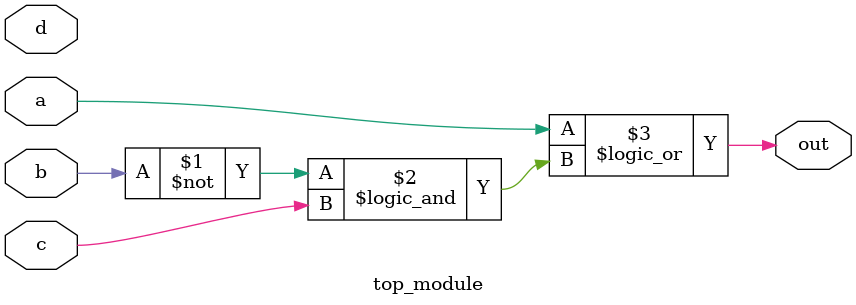
<source format=v>
module top_module(
    input a,
    input b,
    input c,
    input d,
    output out  ); 
assign out = a || ~b && c;
endmodule
</source>
